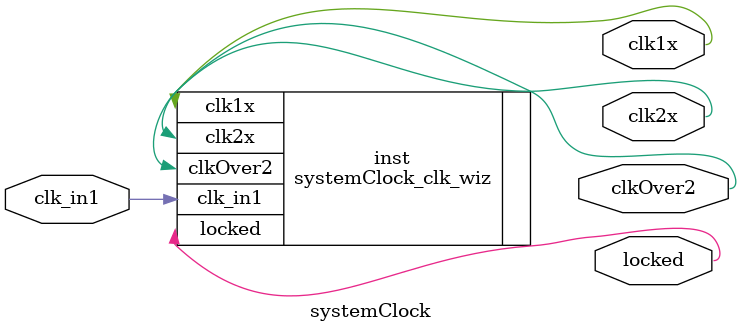
<source format=v>


`timescale 1ps/1ps

(* CORE_GENERATION_INFO = "systemClock,clk_wiz_v5_4_1_0,{component_name=systemClock,use_phase_alignment=true,use_min_o_jitter=false,use_max_i_jitter=false,use_dyn_phase_shift=false,use_inclk_switchover=false,use_dyn_reconfig=false,enable_axi=0,feedback_source=FDBK_AUTO,PRIMITIVE=MMCM,num_out_clk=3,clkin1_period=10.714,clkin2_period=10.000,use_power_down=false,use_reset=false,use_locked=true,use_inclk_stopped=false,feedback_type=SINGLE,CLOCK_MGR_TYPE=NA,manual_override=false}" *)

module systemClock 
 (
  // Clock out ports
  output        clk1x,
  output        clk2x,
  output        clkOver2,
  // Status and control signals
  output        locked,
 // Clock in ports
  input         clk_in1
 );

  systemClock_clk_wiz inst
  (
  // Clock out ports  
  .clk1x(clk1x),
  .clk2x(clk2x),
  .clkOver2(clkOver2),
  // Status and control signals               
  .locked(locked),
 // Clock in ports
  .clk_in1(clk_in1)
  );

endmodule

</source>
